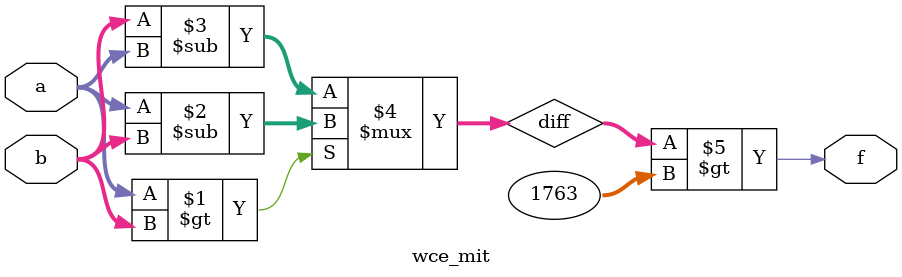
<source format=v>
module wce_mit(a, b, f);
parameter _bit = 16;
parameter wce = 1763;
input [_bit - 1: 0] a;
input [_bit - 1: 0] b;
output f;
wire [_bit - 1: 0] diff;
assign diff = (a > b)? (a - b): (b - a);
assign f = (diff > wce);
endmodule

</source>
